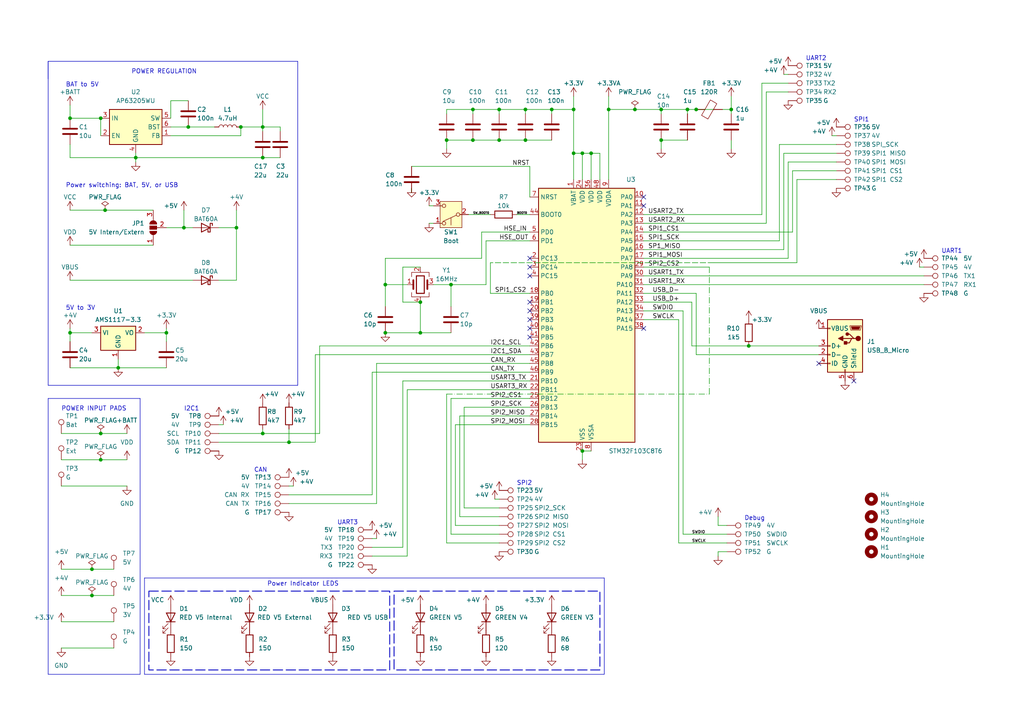
<source format=kicad_sch>
(kicad_sch (version 20230121) (generator eeschema)
  (paper "A4")
  (title_block (title "STM32F103 IO controller") (date "2024-02-16") (rev "0.1") (company "Spyglass"))
  (junction (at 29.21 125.73))
  (junction (at 168.91 130.81))
  (junction (at 168.91 44.45))
  (junction (at 83.82 128.27))
  (junction (at 191.77 31.75))
  (junction (at 152.4 40.64))
  (junction (at 111.76 96.52))
  (junction (at 199.39 31.75))
  (junction (at 111.76 82.55))
  (junction (at 121.92 96.52))
  (junction (at 201.93 31.75))
  (junction (at 76.2 36.83))
  (junction (at 54.61 36.83))
  (junction (at 29.21 133.35))
  (junction (at 137.16 31.75))
  (junction (at 29.21 34.29))
  (junction (at 184.15 31.75))
  (junction (at 217.17 100.33))
  (junction (at 121.92 87.63))
  (junction (at 39.37 45.72))
  (junction (at 176.53 31.75))
  (junction (at 191.77 40.64))
  (junction (at 76.2 125.73))
  (junction (at 20.32 34.29))
  (junction (at 53.34 66.04))
  (junction (at 48.26 96.52))
  (junction (at 166.37 44.45))
  (junction (at 152.4 31.75))
  (junction (at 129.54 40.64))
  (junction (at 34.29 106.68))
  (junction (at 30.48 60.96))
  (junction (at 69.85 36.83))
  (junction (at 137.16 40.64))
  (junction (at 212.09 31.75))
  (junction (at 68.58 66.04))
  (junction (at 144.78 40.64))
  (junction (at 144.78 31.75))
  (junction (at 76.2 45.72))
  (junction (at 166.37 31.75))
  (junction (at 26.67 172.72))
  (junction (at 26.67 165.1))
  (junction (at 160.02 31.75))
  (junction (at 20.32 96.52))
  (junction (at 130.81 82.55))
  (junction (at 171.45 44.45))
  (no_connect (at 153.67 87.63))
  (no_connect (at 237.49 105.41))
  (no_connect (at 186.69 95.25))
  (no_connect (at 186.69 57.15))
  (no_connect (at 153.67 95.25))
  (no_connect (at 153.67 77.47))
  (no_connect (at 186.69 59.69))
  (no_connect (at 153.67 90.17))
  (no_connect (at 153.67 74.93))
  (no_connect (at 153.67 80.01))
  (no_connect (at 153.67 92.71))
  (no_connect (at 153.67 97.79))
  (no_connect (at 247.65 110.49))
  (polyline (pts (xy 13.97 17.78) (xy 13.97 22.86)))
  (wire (pts (xy 139.7 74.93) (xy 111.76 74.93)))
  (wire (pts (xy 129.54 114.3) (xy 205.74 114.3)) (stroke (width 0) (type dash_dot)))
  (wire (pts (xy 140.97 82.55) (xy 130.81 82.55)))
  (wire (pts (xy 153.67 57.15) (xy 153.67 48.26)))
  (wire (pts (xy 160.02 31.75) (xy 166.37 31.75)))
  (wire (pts (xy 212.09 33.02) (xy 212.09 31.75)))
  (wire (pts (xy 20.32 81.28) (xy 55.88 81.28)))
  (wire (pts (xy 166.37 44.45) (xy 166.37 52.07)))
  (wire (pts (xy 160.02 31.75) (xy 160.02 33.02)))
  (polyline (pts (xy 86.36 17.78) (xy 86.36 111.76)))
  (wire (pts (xy 137.16 31.75) (xy 144.78 31.75)))
  (wire (pts (xy 166.37 27.94) (xy 166.37 31.75)))
  (wire (pts (xy 107.95 161.29) (xy 118.11 161.29)))
  (wire (pts (xy 140.97 69.85) (xy 153.67 69.85)))
  (wire (pts (xy 116.84 77.47) (xy 116.84 87.63)))
  (wire (pts (xy 196.85 92.71) (xy 196.85 157.48)))
  (wire (pts (xy 133.35 149.86) (xy 144.78 149.86)))
  (polyline (pts (xy 41.91 167.64) (xy 41.91 195.58)))
  (wire (pts (xy 20.32 71.12) (xy 44.45 71.12)))
  (wire (pts (xy 48.26 96.52) (xy 48.26 99.06)))
  (wire (pts (xy 17.78 140.97) (xy 36.83 140.97)))
  (wire (pts (xy 26.67 96.52) (xy 20.32 96.52)))
  (wire (pts (xy 176.53 31.75) (xy 176.53 52.07)))
  (wire (pts (xy 205.74 77.47) (xy 205.74 114.3)) (stroke (width 0) (type dash_dot)))
  (wire (pts (xy 210.82 152.4) (xy 208.28 152.4)))
  (wire (pts (xy 152.4 40.64) (xy 160.02 40.64)))
  (wire (pts (xy 132.08 123.19) (xy 153.67 123.19)))
  (wire (pts (xy 142.24 85.09) (xy 153.67 85.09)))
  (wire (pts (xy 76.2 36.83) (xy 76.2 38.1)))
  (polyline (pts (xy 13.97 111.76) (xy 86.36 111.76)))
  (wire (pts (xy 208.28 149.86) (xy 208.28 152.4)))
  (wire (pts (xy 109.22 105.41) (xy 109.22 146.05)))
  (wire (pts (xy 212.09 40.64) (xy 212.09 43.18)))
  (wire (pts (xy 137.16 31.75) (xy 137.16 33.02)))
  (wire (pts (xy 85.09 140.97) (xy 83.82 140.97)))
  (wire (pts (xy 130.81 82.55) (xy 125.73 82.55)))
  (wire (pts (xy 186.69 80.01) (xy 267.97 80.01)))
  (wire (pts (xy 20.32 60.96) (xy 30.48 60.96)))
  (wire (pts (xy 166.37 31.75) (xy 166.37 44.45)))
  (wire (pts (xy 83.82 124.46) (xy 83.82 128.27)))
  (wire (pts (xy 107.95 107.95) (xy 153.67 107.95)))
  (wire (pts (xy 217.17 100.33) (xy 237.49 100.33)))
  (wire (pts (xy 116.84 110.49) (xy 153.67 110.49)))
  (wire (pts (xy 153.67 48.26) (xy 119.38 48.26)))
  (wire (pts (xy 144.78 40.64) (xy 152.4 40.64)))
  (wire (pts (xy 109.22 105.41) (xy 153.67 105.41)))
  (wire (pts (xy 68.58 66.04) (xy 68.58 81.28)))
  (wire (pts (xy 227.33 44.45) (xy 242.57 44.45)))
  (wire (pts (xy 53.34 66.04) (xy 55.88 66.04)))
  (wire (pts (xy 121.92 87.63) (xy 121.92 96.52)))
  (wire (pts (xy 229.87 49.53) (xy 242.57 49.53)))
  (wire (pts (xy 209.55 31.75) (xy 212.09 31.75)))
  (wire (pts (xy 201.93 102.87) (xy 201.93 85.09)))
  (wire (pts (xy 220.98 24.13) (xy 228.6 24.13)))
  (wire (pts (xy 198.12 90.17) (xy 198.12 154.94)))
  (wire (pts (xy 130.81 154.94) (xy 144.78 154.94)))
  (wire (pts (xy 130.81 115.57) (xy 153.67 115.57)))
  (wire (pts (xy 91.44 128.27) (xy 83.82 128.27)))
  (wire (pts (xy 173.99 44.45) (xy 171.45 44.45)))
  (wire (pts (xy 166.37 44.45) (xy 168.91 44.45)))
  (wire (pts (xy 227.33 72.39) (xy 227.33 44.45)))
  (wire (pts (xy 228.6 74.93) (xy 228.6 46.99)))
  (wire (pts (xy 76.2 31.75) (xy 76.2 36.83)))
  (wire (pts (xy 220.98 62.23) (xy 220.98 24.13)))
  (wire (pts (xy 121.92 87.63) (xy 116.84 87.63)))
  (wire (pts (xy 20.32 34.29) (xy 29.21 34.29)))
  (polyline (pts (xy 40.64 115.57) (xy 40.64 195.58)))
  (wire (pts (xy 121.92 96.52) (xy 130.81 96.52)))
  (wire (pts (xy 17.78 165.1) (xy 26.67 165.1)))
  (wire (pts (xy 132.08 152.4) (xy 144.78 152.4)))
  (wire (pts (xy 186.69 74.93) (xy 228.6 74.93)))
  (wire (pts (xy 69.85 36.83) (xy 76.2 36.83)))
  (wire (pts (xy 130.81 115.57) (xy 130.81 154.94)))
  (wire (pts (xy 231.14 76.2) (xy 207.01 76.2)))
  (wire (pts (xy 149.86 62.23) (xy 153.67 62.23)))
  (wire (pts (xy 76.2 45.72) (xy 81.28 45.72)))
  (wire (pts (xy 76.2 124.46) (xy 76.2 125.73)))
  (wire (pts (xy 168.91 44.45) (xy 171.45 44.45)))
  (wire (pts (xy 29.21 34.29) (xy 29.21 39.37)))
  (polyline (pts (xy 13.97 115.57) (xy 40.64 115.57)))
  (wire (pts (xy 229.87 49.53) (xy 229.87 67.31)))
  (wire (pts (xy 152.4 31.75) (xy 152.4 33.02)))
  (polyline (pts (xy 13.97 17.78) (xy 86.36 17.78)))
  (wire (pts (xy 53.34 60.96) (xy 53.34 66.04)))
  (wire (pts (xy 49.53 36.83) (xy 54.61 36.83)))
  (wire (pts (xy 111.76 82.55) (xy 118.11 82.55)))
  (wire (pts (xy 226.06 41.91) (xy 242.57 41.91)))
  (wire (pts (xy 26.67 172.72) (xy 33.02 172.72)))
  (wire (pts (xy 39.37 45.72) (xy 76.2 45.72)))
  (wire (pts (xy 129.54 114.3) (xy 129.54 157.48)))
  (wire (pts (xy 134.62 147.32) (xy 144.78 147.32)))
  (wire (pts (xy 92.71 100.33) (xy 92.71 125.73)))
  (wire (pts (xy 134.62 118.11) (xy 153.67 118.11)))
  (wire (pts (xy 144.78 31.75) (xy 144.78 33.02)))
  (wire (pts (xy 231.14 52.07) (xy 242.57 52.07)))
  (wire (pts (xy 191.77 33.02) (xy 191.77 31.75)))
  (wire (pts (xy 91.44 102.87) (xy 153.67 102.87)))
  (wire (pts (xy 196.85 157.48) (xy 210.82 157.48)))
  (wire (pts (xy 83.82 146.05) (xy 109.22 146.05)))
  (wire (pts (xy 41.91 96.52) (xy 48.26 96.52)))
  (wire (pts (xy 129.54 40.64) (xy 137.16 40.64)))
  (wire (pts (xy 129.54 157.48) (xy 144.78 157.48)))
  (wire (pts (xy 198.12 90.17) (xy 186.69 90.17)))
  (wire (pts (xy 143.51 144.78) (xy 144.78 144.78)))
  (wire (pts (xy 266.7 77.47) (xy 267.97 77.47)))
  (wire (pts (xy 129.54 43.18) (xy 129.54 40.64)))
  (wire (pts (xy 48.26 66.04) (xy 53.34 66.04)))
  (polyline (pts (xy 13.97 115.57) (xy 13.97 195.58)))
  (wire (pts (xy 186.69 69.85) (xy 226.06 69.85)))
  (wire (pts (xy 176.53 27.94) (xy 176.53 31.75)))
  (wire (pts (xy 229.87 67.31) (xy 186.69 67.31)))
  (wire (pts (xy 17.78 133.35) (xy 29.21 133.35)))
  (wire (pts (xy 135.89 62.23) (xy 142.24 62.23)))
  (wire (pts (xy 186.69 62.23) (xy 220.98 62.23)))
  (wire (pts (xy 118.11 113.03) (xy 153.67 113.03)))
  (wire (pts (xy 200.66 100.33) (xy 217.17 100.33)))
  (wire (pts (xy 63.5 81.28) (xy 68.58 81.28)))
  (wire (pts (xy 207.01 76.2) (xy 142.24 76.2)) (stroke (width 0) (type dash)))
  (wire (pts (xy 198.12 154.94) (xy 210.82 154.94)))
  (wire (pts (xy 91.44 102.87) (xy 91.44 128.27)))
  (wire (pts (xy 81.28 36.83) (xy 81.28 38.1)))
  (wire (pts (xy 176.53 31.75) (xy 184.15 31.75)))
  (wire (pts (xy 109.22 156.21) (xy 107.95 156.21)))
  (wire (pts (xy 241.3 39.37) (xy 242.57 39.37)))
  (wire (pts (xy 199.39 31.75) (xy 201.93 31.75)))
  (wire (pts (xy 184.15 31.75) (xy 191.77 31.75)))
  (wire (pts (xy 68.58 60.96) (xy 68.58 66.04)))
  (wire (pts (xy 20.32 96.52) (xy 20.32 99.06)))
  (wire (pts (xy 231.14 76.2) (xy 231.14 52.07)))
  (wire (pts (xy 107.95 143.51) (xy 107.95 107.95)))
  (wire (pts (xy 92.71 100.33) (xy 153.67 100.33)))
  (wire (pts (xy 63.5 66.04) (xy 68.58 66.04)))
  (wire (pts (xy 29.21 133.35) (xy 36.83 133.35)))
  (wire (pts (xy 92.71 125.73) (xy 76.2 125.73)))
  (wire (pts (xy 168.91 130.81) (xy 168.91 133.35)))
  (wire (pts (xy 129.54 31.75) (xy 137.16 31.75)))
  (wire (pts (xy 226.06 69.85) (xy 226.06 41.91)))
  (wire (pts (xy 49.53 29.21) (xy 54.61 29.21)))
  (wire (pts (xy 186.69 64.77) (xy 222.25 64.77)))
  (wire (pts (xy 186.69 87.63) (xy 200.66 87.63)))
  (wire (pts (xy 111.76 74.93) (xy 111.76 82.55)))
  (wire (pts (xy 228.6 46.99) (xy 242.57 46.99)))
  (wire (pts (xy 168.91 130.81) (xy 171.45 130.81)))
  (wire (pts (xy 17.78 180.34) (xy 33.02 180.34)))
  (polyline (pts (xy 40.64 195.58) (xy 13.97 195.58)))
  (wire (pts (xy 26.67 165.1) (xy 33.02 165.1)))
  (wire (pts (xy 191.77 31.75) (xy 199.39 31.75)))
  (wire (pts (xy 83.82 143.51) (xy 107.95 143.51)))
  (wire (pts (xy 201.93 102.87) (xy 237.49 102.87)))
  (wire (pts (xy 124.46 59.69) (xy 125.73 59.69)))
  (wire (pts (xy 222.25 64.77) (xy 222.25 26.67)))
  (wire (pts (xy 17.78 125.73) (xy 29.21 125.73)))
  (wire (pts (xy 20.32 45.72) (xy 39.37 45.72)))
  (wire (pts (xy 34.29 104.14) (xy 34.29 106.68)))
  (wire (pts (xy 121.92 77.47) (xy 116.84 77.47)))
  (wire (pts (xy 212.09 27.94) (xy 212.09 31.75)))
  (polyline (pts (xy 175.26 167.64) (xy 41.91 167.64)))
  (wire (pts (xy 207.01 31.75) (xy 201.93 31.75)))
  (wire (pts (xy 39.37 45.72) (xy 39.37 46.99)))
  (wire (pts (xy 142.24 76.2) (xy 142.24 85.09)))
  (wire (pts (xy 76.2 36.83) (xy 81.28 36.83)))
  (wire (pts (xy 144.78 31.75) (xy 152.4 31.75)))
  (wire (pts (xy 116.84 110.49) (xy 116.84 158.75)))
  (polyline (pts (xy 13.97 17.78) (xy 13.97 111.76)))
  (wire (pts (xy 152.4 31.75) (xy 160.02 31.75)))
  (wire (pts (xy 186.69 77.47) (xy 205.74 77.47)))
  (wire (pts (xy 200.66 87.63) (xy 200.66 100.33)))
  (wire (pts (xy 134.62 118.11) (xy 134.62 147.32)))
  (wire (pts (xy 34.29 106.68) (xy 48.26 106.68)))
  (wire (pts (xy 111.76 96.52) (xy 121.92 96.52)))
  (wire (pts (xy 54.61 36.83) (xy 62.23 36.83)))
  (wire (pts (xy 133.35 120.65) (xy 133.35 149.86)))
  (wire (pts (xy 69.85 39.37) (xy 69.85 36.83)))
  (wire (pts (xy 20.32 106.68) (xy 34.29 106.68)))
  (wire (pts (xy 222.25 26.67) (xy 228.6 26.67)))
  (wire (pts (xy 119.38 54.61) (xy 119.38 55.88)))
  (wire (pts (xy 173.99 44.45) (xy 173.99 52.07)))
  (wire (pts (xy 107.95 158.75) (xy 116.84 158.75)))
  (wire (pts (xy 133.35 120.65) (xy 153.67 120.65)))
  (wire (pts (xy 132.08 123.19) (xy 132.08 152.4)))
  (wire (pts (xy 137.16 40.64) (xy 144.78 40.64)))
  (wire (pts (xy 29.21 125.73) (xy 36.83 125.73)))
  (wire (pts (xy 17.78 172.72) (xy 26.67 172.72)))
  (wire (pts (xy 49.53 34.29) (xy 49.53 29.21)))
  (polyline (pts (xy 175.26 195.58) (xy 175.26 167.64)))
  (wire (pts (xy 48.26 95.25) (xy 48.26 96.52)))
  (wire (pts (xy 139.7 67.31) (xy 153.67 67.31)))
  (wire (pts (xy 227.33 21.59) (xy 228.6 21.59)))
  (wire (pts (xy 20.32 95.25) (xy 20.32 96.52)))
  (wire (pts (xy 130.81 82.55) (xy 130.81 88.9)))
  (wire (pts (xy 39.37 45.72) (xy 39.37 44.45)))
  (wire (pts (xy 30.48 60.96) (xy 44.45 60.96)))
  (wire (pts (xy 118.11 113.03) (xy 118.11 161.29)))
  (wire (pts (xy 168.91 44.45) (xy 168.91 52.07)))
  (wire (pts (xy 64.77 123.19) (xy 63.5 123.19)))
  (wire (pts (xy 199.39 33.02) (xy 199.39 31.75)))
  (wire (pts (xy 208.28 160.02) (xy 210.82 160.02)))
  (wire (pts (xy 171.45 44.45) (xy 171.45 52.07)))
  (wire (pts (xy 208.28 161.29) (xy 208.28 160.02)))
  (wire (pts (xy 201.93 85.09) (xy 186.69 85.09)))
  (wire (pts (xy 49.53 39.37) (xy 69.85 39.37)))
  (wire (pts (xy 20.32 30.48) (xy 20.32 34.29)))
  (wire (pts (xy 191.77 43.18) (xy 191.77 40.64)))
  (wire (pts (xy 17.78 187.96) (xy 33.02 187.96)))
  (wire (pts (xy 196.85 92.71) (xy 186.69 92.71)))
  (wire (pts (xy 63.5 128.27) (xy 83.82 128.27)))
  (wire (pts (xy 191.77 40.64) (xy 199.39 40.64)))
  (polyline (pts (xy 41.91 195.58) (xy 175.26 195.58)))
  (wire (pts (xy 186.69 72.39) (xy 227.33 72.39)))
  (wire (pts (xy 124.46 64.77) (xy 125.73 64.77)))
  (wire (pts (xy 111.76 82.55) (xy 111.76 88.9)))
  (wire (pts (xy 140.97 69.85) (xy 140.97 82.55)))
  (wire (pts (xy 76.2 125.73) (xy 63.5 125.73)))
  (wire (pts (xy 186.69 82.55) (xy 267.97 82.55)))
  (wire (pts (xy 129.54 33.02) (xy 129.54 31.75)))
  (wire (pts (xy 139.7 67.31) (xy 139.7 74.93)))
  (wire (pts (xy 20.32 41.91) (xy 20.32 45.72)))
  (rectangle (start 43.18 171.45) (end 113.03 194.31) (stroke (width 0.25) (type dash)))
  (rectangle (start 114.3 171.45) (end 173.99 194.31) (stroke (width 0.25) (type dash)))
  (rectangle (start 101.6 224.79) (end 101.6 224.79) (stroke (width 0) (color 0 0 255 1)))
  (rectangle (start 101.6 224.79) (end 101.6 224.79) (stroke (width 0) (type dot) (color 0 0 255 1)))
  (rectangle (start 88.9 218.44) (end 88.9 218.44))
  (text "BAT to 5V" (at 19.05 25.4 0) (effects (font (size 1.27 1.27)) (justify left bottom)))
  (text "CAN" (at 73.66 137.16 0) (effects (font (size 1.27 1.27)) (justify left bottom)))
  (text "Power Indicator LEDS" (at 77.47 170.18 0) (effects (font (size 1.27 1.27)) (justify left bottom)))
  (text "SPI2\n" (at 149.86 140.97 0) (effects (font (size 1.27 1.27)) (justify left bottom)))
  (text "UART3\n" (at 97.79 152.4 0) (effects (font (size 1.27 1.27)) (justify left bottom)))
  (text "POWER INPUT PADS" (at 17.78 119.38 0) (effects (font (size 1.27 1.27)) (justify left bottom)))
  (text "5V to 3V\n" (at 19.05 90.17 0) (effects (font (size 1.27 1.27)) (justify left bottom)))
  (text "POWER REGULATION" (at 38.1 21.59 0) (effects (font (size 1.27 1.27)) (justify left bottom)))
  (text "UART1" (at 273.05 73.66 0) (effects (font (size 1.27 1.27)) (justify left bottom)))
  (text "I2C1\n" (at 53.34 119.38 0) (effects (font (size 1.27 1.27)) (justify left bottom)))
  (text "Debug\n" (at 215.9 151.13 0) (effects (font (size 1.27 1.27)) (justify left bottom)))
  (text "Power switching: BAT, 5V, or USB" (at 19.05 54.61 0) (effects (font (size 1.27 1.27)) (justify left bottom)))
  (text "UART2" (at 233.68 17.78 0) (effects (font (size 1.27 1.27)) (justify left bottom)))
  (text "SPI1" (at 247.65 35.56 0) (effects (font (size 1.27 1.27)) (justify left bottom)))
  (label "SPI1_CS1" (at 187.96 67.31 0))
  (label "HSE_OUT" (at 144.78 69.85 0))
  (label "SPI2_MOSI" (at 142.24 123.19 0))
  (label "USART1_TX" (at 187.96 80.01 0))
  (label "USART3_TX" (at 142.24 110.49 0))
  (label "I2C1_SCL" (at 142.24 100.33 0))
  (label "USART2_RX" (at 187.96 64.77 0))
  (label "NRST" (at 148.59 48.26 0))
  (label "CAN_RX" (at 142.24 105.41 0))
  (label "USART3_RX" (at 142.24 113.03 0))
  (label "SWDIO" (at 189.23 90.17 0))
  (label "SWCLK" (at 200.66 157.48 0) (effects (font (size 0.8 0.8))))
  (label "USB_D+" (at 189.23 87.63 0))
  (label "BOOT0" (at 149.86 62.23 0) (effects (font (size 0.6 0.6))))
  (label "CAN_TX" (at 142.24 107.95 0))
  (label "USART2_TX" (at 187.96 62.23 0))
  (label "SPI1_SCK" (at 187.96 69.85 0))
  (label "SP1_MISO" (at 187.96 72.39 0))
  (label "SW_BOOT0" (at 137.16 62.23 0) (effects (font (size 0.6 0.6))))
  (label "SPI2_SCK" (at 142.24 118.11 0))
  (label "I2C1_SDA" (at 142.24 102.87 0))
  (label "SWCLK" (at 189.23 92.71 0))
  (label "HSE_IN" (at 146.05 67.31 0))
  (label "SPI2_MISO" (at 142.24 120.65 0))
  (label "USART1_RX" (at 187.96 82.55 0))
  (label "SPI2_CS1" (at 142.24 115.57 0))
  (label "USB_D-" (at 189.23 85.09 0))
  (label "SPI2_CS2" (at 187.96 77.47 0))
  (label "SPI1_MOSI" (at 187.96 74.93 0))
  (label "SPI1_CS2" (at 143.51 85.09 0))
  (label "SWDIO" (at 200.66 154.94 0) (effects (font (size 0.8 0.8))))
  (symbol (lib_id "power:+4V") (at 76.2 116.84 0) (mirror y) (unit 1)
    (property "Reference" "#PWR026" (effects hide))
    (property "Value" "+4V" (at 78.74 114.3 0))
  )
  (symbol (lib_id "Mechanical:MountingHole") (at 252.73 149.86 0) (unit 1)
    (property "Reference" "H3" (at 255.27 148.59 0) (effects (justify left)))
    (property "Value" "MountingHole" (at 255.27 151.13 0) (effects (justify left)))
    (property "Footprint" "MountingHole:MountingHole_4.3mm_M4_DIN965_Pad" (effects hide))
  )
  (symbol (lib_id "Connector:TestPoint") (at 144.78 147.32 270) (unit 1)
    (property "Reference" "TP25" (at 149.86 147.32 90) (effects (justify left)))
    (property "Value" "SPI2_SCK" (at 154.94 147.32 90) (effects (justify left)))
    (property "Footprint" "TestPoint:TestPoint_Pad_1.5x1.5mm" (effects hide))
  )
  (symbol (lib_name "GND_1") (lib_id "power:GND") (at 168.91 133.35 0) (unit 1)
    (property "Reference" "#PWR047" (effects hide))
    (property "Value" "GND" (effects hide))
  )
  (symbol (lib_id "Connector:TestPoint") (at 242.57 46.99 270) (unit 1)
    (property "Reference" "TP40" (at 247.65 46.99 90) (effects (justify left)))
    (property "Value" "SPI1 MOSI" (at 252.73 46.99 90) (effects (justify left)))
    (property "Footprint" "TestPoint:TestPoint_Pad_1.5x1.5mm" (effects hide))
  )
  (symbol (lib_id "Connector:TestPoint") (at 242.57 54.61 270) (unit 1)
    (property "Reference" "TP43" (at 247.65 54.61 90) (effects (justify left)))
    (property "Value" "G" (at 252.73 54.61 90) (effects (justify left)))
    (property "Footprint" "TestPoint:TestPoint_Pad_1.5x1.5mm" (effects hide))
  )
  (symbol (lib_name "GND_1") (lib_id "power:GND") (at 129.54 43.18 0) (unit 1)
    (property "Reference" "#PWR042" (effects hide))
    (property "Value" "GND" (effects hide))
  )
  (symbol (lib_id "power:VCC") (at 49.53 175.26 0) (unit 1)
    (property "Reference" "#PWR016" (effects hide))
    (property "Value" "VCC" (at 45.72 173.99 0))
  )
  (symbol (lib_id "Device:LED") (at 140.97 179.07 270) (mirror x) (unit 1)
    (property "Reference" "D5" (at 143.51 176.53 90) (effects (justify left)))
    (property "Value" "GREEN V4" (at 143.51 179.07 90) (effects (justify left)))
    (property "Footprint" "LED_SMD:LED_0603_1608Metric" (effects hide))
  )
  (symbol (lib_id "power:+4V") (at 266.7 77.47 0) (unit 1)
    (property "Reference" "#PWR064" (effects hide))
    (property "Value" "+4V" (at 262.89 76.2 0))
  )
  (symbol (lib_id "Connector:TestPoint") (at 17.78 133.35 0) (unit 1)
    (property "Reference" "TP2" (at 19.05 128.27 0) (effects (justify left)))
    (property "Value" "Ext" (at 19.05 130.81 0) (effects (justify left)))
    (property "Footprint" "TestPoint:TestPoint_Pad_2.0x2.0mm" (effects hide))
  )
  (symbol (lib_id "Connector:TestPoint") (at 228.6 24.13 270) (unit 1)
    (property "Reference" "TP33" (at 233.68 24.13 90) (effects (justify left)))
    (property "Value" "TX2" (at 238.76 24.13 90) (effects (justify left)))
    (property "Footprint" "TestPoint:TestPoint_Pad_1.5x1.5mm" (effects hide))
  )
  (symbol (lib_name "GND_1") (lib_id "power:GND") (at 119.38 54.61 0) (unit 1)
    (property "Reference" "#PWR037" (effects hide))
    (property "Value" "GND" (effects hide))
  )
  (symbol (lib_name "GND_1") (lib_id "power:GND") (at 140.97 190.5 0) (unit 1)
    (property "Reference" "#PWR032" (effects hide))
    (property "Value" "GND" (effects hide))
  )
  (symbol (lib_id "Connector:TestPoint") (at 144.78 149.86 270) (unit 1)
    (property "Reference" "TP26" (at 149.86 149.86 90) (effects (justify left)))
    (property "Value" "SPI2 MISO" (at 154.94 149.86 90) (effects (justify left)))
    (property "Footprint" "TestPoint:TestPoint_Pad_1.5x1.5mm" (effects hide))
  )
  (symbol (lib_id "Device:C") (at 212.09 36.83 0) (unit 1)
    (property "Reference" "C16" (at 213.36 31.75 0) (effects (justify left)))
    (property "Value" "1u" (at 213.36 34.29 0) (effects (justify left)))
    (property "Footprint" "Capacitor_SMD:C_0402_1005Metric" (effects hide))
  )
  (symbol (lib_id "power:+4V") (at 17.78 172.72 0) (unit 1)
    (property "Reference" "#PWR07" (effects hide))
    (property "Value" "+4V" (at 17.78 167.64 0))
  )
  (symbol (lib_name "GND_3") (lib_id "power:GND") (at 17.78 187.96 0) (unit 1)
    (property "Reference" "#PWR09" (effects hide))
    (property "Value" "GND" (at 17.78 193.04 0))
  )
  (symbol (lib_id "power:+5V") (at 83.82 138.43 0) (mirror y) (unit 1)
    (property "Reference" "#PWR028" (effects hide))
    (property "Value" "+5V" (at 87.63 137.16 0))
  )
  (symbol (lib_id "Connector:TestPoint") (at 83.82 140.97 90) (mirror x) (unit 1)
    (property "Reference" "TP14" (at 78.74 140.97 90) (effects (justify left)))
    (property "Value" "4V" (at 72.39 140.97 90) (effects (justify left)))
    (property "Footprint" "TestPoint:TestPoint_Pad_1.5x1.5mm" (effects hide))
  )
  (symbol (lib_id "Device:R") (at 217.17 96.52 0) (mirror y) (unit 1)
    (property "Reference" "R10" (at 214.63 95.25 0) (effects (justify left)))
    (property "Value" "1k5" (at 214.63 97.79 0) (effects (justify left)))
    (property "Footprint" "Resistor_SMD:R_0402_1005Metric" (effects hide))
  )
  (symbol (lib_id "Connector:TestPoint") (at 83.82 143.51 90) (mirror x) (unit 1)
    (property "Reference" "TP15" (at 78.74 143.51 90) (effects (justify left)))
    (property "Value" "CAN RX" (at 72.39 143.51 90) (effects (justify left)))
    (property "Footprint" "TestPoint:TestPoint_Pad_1.5x1.5mm" (effects hide))
  )
  (symbol (lib_id "Regulator_Switching:AP63205WU") (at 39.37 36.83 0) (unit 1)
    (property "Reference" "U2" (at 39.37 26.67 0))
    (property "Value" "AP63205WU" (at 39.37 29.21 0))
    (property "Footprint" "Package_TO_SOT_SMD:TSOT-23-6" (effects hide))
    (property "Datasheet" "https://www.diodes.com/assets/Datasheets/AP63200-AP63201-AP63203-AP63205.pdf" (effects hide))
  )
  (symbol (lib_id "power:+5V") (at 267.97 74.93 0) (unit 1)
    (property "Reference" "#PWR065" (effects hide))
    (property "Value" "+5V" (at 264.16 73.66 0))
  )
  (symbol (lib_id "Device:R") (at 140.97 186.69 0) (unit 1)
    (property "Reference" "R5" (at 143.51 185.42 0) (effects (justify left)))
    (property "Value" "120" (at 143.51 187.96 0) (effects (justify left)))
    (property "Footprint" "Resistor_SMD:R_0402_1005Metric" (effects hide))
  )
  (symbol (lib_id "Device:C") (at 144.78 36.83 0) (unit 1)
    (property "Reference" "C11" (at 143.51 26.67 0) (effects (justify left)))
    (property "Value" "100n" (at 143.51 29.21 0) (effects (justify left)))
    (property "Footprint" "Capacitor_SMD:C_0402_1005Metric" (effects hide))
  )
  (symbol (lib_name "GND_1") (lib_id "power:GND") (at 34.29 106.68 0) (unit 1)
    (property "Reference" "#PWR010" (effects hide))
    (property "Value" "GND" (effects hide))
  )
  (symbol (lib_id "Connector:TestPoint") (at 33.02 180.34 0) (unit 1)
    (property "Reference" "TP5" (at 35.56 175.768 0) (effects (justify left)))
    (property "Value" "3V" (at 35.56 178.308 0) (effects (justify left)))
    (property "Footprint" "TestPoint:TestPoint_Pad_1.5x1.5mm" (effects hide))
  )
  (symbol (lib_id "power:+4V") (at 241.3 39.37 0) (unit 1)
    (property "Reference" "#PWR060" (effects hide))
    (property "Value" "+4V" (at 237.49 38.1 0))
  )
  (symbol (lib_id "Connector:TestPoint") (at 242.57 49.53 270) (unit 1)
    (property "Reference" "TP41" (at 247.65 49.53 90) (effects (justify left)))
    (property "Value" "SPI1 CS1" (at 252.73 49.53 90) (effects (justify left)))
    (property "Footprint" "TestPoint:TestPoint_Pad_1.5x1.5mm" (effects hide))
  )
  (symbol (lib_id "Connector:TestPoint") (at 267.97 82.55 270) (unit 1)
    (property "Reference" "TP47" (at 273.05 82.55 90) (effects (justify left)))
    (property "Value" "RX1" (at 279.4 82.55 90) (effects (justify left)))
    (property "Footprint" "TestPoint:TestPoint_Pad_1.5x1.5mm" (effects hide))
  )
  (symbol (lib_id "Connector:TestPoint") (at 144.78 157.48 270) (unit 1)
    (property "Reference" "TP29" (at 149.86 157.48 90) (effects (justify left)))
    (property "Value" "SPI2 CS2" (at 154.94 157.48 90) (effects (justify left)))
    (property "Footprint" "TestPoint:TestPoint_Pad_1.5x1.5mm" (effects hide))
  )
  (symbol (lib_name "GND_1") (lib_id "power:GND") (at 72.39 190.5 0) (unit 1)
    (property "Reference" "#PWR017" (effects hide))
    (property "Value" "GND" (effects hide))
  )
  (symbol (lib_id "Connector:TestPoint") (at 210.82 157.48 270) (unit 1)
    (property "Reference" "TP51" (at 215.9 157.48 90) (effects (justify left)))
    (property "Value" "SWCLK" (at 222.25 157.48 90) (effects (justify left)))
    (property "Footprint" "TestPoint:TestPoint_Pad_1.5x1.5mm" (effects hide))
  )
  (symbol (lib_id "Diode:BAT60A") (at 59.69 66.04 0) (mirror y) (unit 1)
    (property "Reference" "D7" (at 59.69 60.96 0))
    (property "Value" "BAT60A" (at 59.69 63.5 0))
    (property "Footprint" "Diode_SMD:D_SOD-323" (effects hide))
    (property "Datasheet" "https://www.infineon.com/dgdl/Infineon-BAT60ASERIES-DS-v01_01-en.pdf?fileId=db3a304313d846880113def70c9304a9" (effects hide))
  )
  (symbol (lib_id "Mechanical:MountingHole") (at 252.73 160.02 0) (unit 1)
    (property "Reference" "H1" (at 255.27 158.75 0) (effects (justify left)))
    (property "Value" "MountingHole" (at 255.27 161.29 0) (effects (justify left)))
    (property "Footprint" "MountingHole:MountingHole_4.3mm_M4_DIN965_Pad" (effects hide))
  )
  (symbol (lib_id "power:+5V") (at 242.57 36.83 0) (unit 1)
    (property "Reference" "#PWR061" (effects hide))
    (property "Value" "+5V" (at 238.76 35.56 0))
  )
  (symbol (lib_id "Connector:TestPoint") (at 228.6 19.05 270) (unit 1)
    (property "Reference" "TP31" (at 233.68 19.05 90) (effects (justify left)))
    (property "Value" "5V" (at 238.76 19.05 90) (effects (justify left)))
    (property "Footprint" "TestPoint:TestPoint_Pad_1.5x1.5mm" (effects hide))
  )
  (symbol (lib_id "Connector:TestPoint") (at 83.82 138.43 90) (mirror x) (unit 1)
    (property "Reference" "TP13" (at 78.74 138.43 90) (effects (justify left)))
    (property "Value" "5V" (at 72.39 138.43 90) (effects (justify left)))
    (property "Footprint" "TestPoint:TestPoint_Pad_1.5x1.5mm" (effects hide))
  )
  (symbol (lib_id "power:PWR_FLAG") (at 29.21 133.35 0) (unit 1)
    (property "Reference" "#FLG02" (effects hide))
    (property "Value" "PWR_FLAG" (at 29.21 129.54 0))
  )
  (symbol (lib_id "power:PWR_FLAG") (at 184.15 31.75 0) (unit 1)
    (property "Reference" "#FLG010" (effects hide))
    (property "Value" "PWR_FLAG" (at 184.15 26.67 0))
  )
  (symbol (lib_name "GND_1") (lib_id "power:GND") (at 83.82 148.59 0) (unit 1)
    (property "Reference" "#PWR034" (effects hide))
    (property "Value" "GND" (effects hide))
  )
  (symbol (lib_id "power:+5V") (at 121.92 175.26 0) (unit 1)
    (property "Reference" "#PWR068" (effects hide))
    (property "Value" "+5V" (at 118.11 173.99 0))
  )
  (symbol (lib_id "Device:LED") (at 72.39 179.07 270) (mirror x) (unit 1)
    (property "Reference" "D2" (at 76.2 176.53 90))
    (property "Value" "RED V5 External" (at 82.55 179.07 90))
    (property "Footprint" "LED_SMD:LED_0603_1608Metric" (effects hide))
  )
  (symbol (lib_name "GND_1") (lib_id "power:GND") (at 191.77 43.18 0) (unit 1)
    (property "Reference" "#PWR049" (effects hide))
    (property "Value" "GND" (effects hide))
  )
  (symbol (lib_id "power:+4V") (at 227.33 21.59 0) (unit 1)
    (property "Reference" "#PWR056" (effects hide))
    (property "Value" "+4V" (at 223.52 20.32 0))
  )
  (symbol (lib_id "power:VCC") (at 20.32 60.96 0) (unit 1)
    (property "Reference" "#PWR02" (effects hide))
    (property "Value" "VCC" (at 20.32 57.15 0))
  )
  (symbol (lib_id "power:+3.3V") (at 124.46 59.69 0) (unit 1)
    (property "Reference" "#PWR040" (effects hide))
    (property "Value" "+3.3V" (at 124.46 55.88 0))
  )
  (symbol (lib_id "power:+BATT") (at 20.32 30.48 0) (unit 1)
    (property "Reference" "#PWR01" (effects hide))
    (property "Value" "+BATT" (at 20.32 26.67 0))
  )
  (symbol (lib_id "power:+4V") (at 140.97 175.26 0) (unit 1)
    (property "Reference" "#PWR031" (effects hide))
    (property "Value" "+4V" (at 137.16 173.99 0))
  )
  (symbol (lib_id "Connector:TestPoint") (at 267.97 74.93 270) (unit 1)
    (property "Reference" "TP44" (at 273.05 74.93 90) (effects (justify left)))
    (property "Value" "5V" (at 279.4 74.93 90) (effects (justify left)))
    (property "Footprint" "TestPoint:TestPoint_Pad_1.5x1.5mm" (effects hide))
  )
  (symbol (lib_id "Connector:TestPoint") (at 242.57 41.91 270) (unit 1)
    (property "Reference" "TP38" (at 247.65 41.91 90) (effects (justify left)))
    (property "Value" "SPI_SCK" (at 252.73 41.91 90) (effects (justify left)))
    (property "Footprint" "TestPoint:TestPoint_Pad_1.5x1.5mm" (effects hide))
  )
  (symbol (lib_name "GND_1") (lib_id "power:GND") (at 242.57 54.61 0) (unit 1)
    (property "Reference" "#PWR054" (effects hide))
    (property "Value" "GND" (effects hide))
  )
  (symbol (lib_id "Device:R") (at 96.52 186.69 0) (unit 1)
    (property "Reference" "R3" (at 99.06 185.42 0) (effects (justify left)))
    (property "Value" "150" (at 99.06 187.96 0) (effects (justify left)))
    (property "Footprint" "Resistor_SMD:R_0402_1005Metric" (effects hide))
  )
  (symbol (lib_id "Device:C") (at 76.2 41.91 0) (unit 1)
    (property "Reference" "C3" (at 80.01 48.26 0) (effects (justify left)))
    (property "Value" "22u" (at 80.01 50.8 0) (effects (justify left)))
    (property "Footprint" "Capacitor_SMD:C_0805_2012Metric" (effects hide))
  )
  (symbol (lib_id "Connector:TestPoint") (at 228.6 21.59 270) (unit 1)
    (property "Reference" "TP32" (at 233.68 21.59 90) (effects (justify left)))
    (property "Value" "4V" (at 238.76 21.59 90) (effects (justify left)))
    (property "Footprint" "TestPoint:TestPoint_Pad_1.5x1.5mm" (effects hide))
  )
  (symbol (lib_id "Connector:TestPoint") (at 33.02 172.72 0) (unit 1)
    (property "Reference" "TP6" (at 35.56 168.148 0) (effects (justify left)))
    (property "Value" "4V" (at 35.56 170.688 0) (effects (justify left)))
    (property "Footprint" "TestPoint:TestPoint_Pad_1.5x1.5mm" (effects hide))
  )
  (symbol (lib_id "Connector:TestPoint") (at 107.95 163.83 90) (mirror x) (unit 1)
    (property "Reference" "TP22" (at 102.87 163.83 90) (effects (justify left)))
    (property "Value" "G" (at 96.52 163.83 90) (effects (justify left)))
    (property "Footprint" "TestPoint:TestPoint_Pad_1.5x1.5mm" (effects hide))
  )
  (symbol (lib_id "power:VBUS") (at 96.52 175.26 0) (unit 1)
    (property "Reference" "#PWR066" (effects hide))
    (property "Value" "VBUS" (at 92.71 173.99 0))
  )
  (symbol (lib_id "Connector:TestPoint") (at 242.57 39.37 270) (unit 1)
    (property "Reference" "TP37" (at 247.65 39.37 90) (effects (justify left)))
    (property "Value" "4V" (at 252.73 39.37 90) (effects (justify left)))
    (property "Footprint" "TestPoint:TestPoint_Pad_1.5x1.5mm" (effects hide))
  )
  (symbol (lib_id "Connector:TestPoint") (at 144.78 154.94 270) (unit 1)
    (property "Reference" "TP28" (at 149.86 154.94 90) (effects (justify left)))
    (property "Value" "SPI2 CS1" (at 154.94 154.94 90) (effects (justify left)))
    (property "Footprint" "TestPoint:TestPoint_Pad_1.5x1.5mm" (effects hide))
  )
  (symbol (lib_id "power:+5V") (at 144.78 142.24 0) (unit 1)
    (property "Reference" "#PWR044" (effects hide))
    (property "Value" "+5V" (at 140.97 140.97 0))
  )
  (symbol (lib_id "Connector:TestPoint") (at 33.02 165.1 0) (unit 1)
    (property "Reference" "TP7" (at 35.56 160.528 0) (effects (justify left)))
    (property "Value" "5V" (at 35.56 163.068 0) (effects (justify left)))
    (property "Footprint" "TestPoint:TestPoint_Pad_1.5x1.5mm" (effects hide))
  )
  (symbol (lib_id "Device:C") (at 129.54 36.83 0) (unit 1)
    (property "Reference" "C9" (at 128.27 26.67 0) (effects (justify left)))
    (property "Value" "10u" (at 128.27 29.21 0) (effects (justify left)))
    (property "Footprint" "Capacitor_SMD:C_0603_1608Metric" (effects hide))
  )
  (symbol (lib_name "GND_1") (lib_id "power:GND") (at 63.5 130.81 0) (unit 1)
    (property "Reference" "#PWR045" (effects hide))
    (property "Value" "GND" (effects hide))
  )
  (symbol (lib_id "Connector:TestPoint") (at 242.57 52.07 270) (unit 1)
    (property "Reference" "TP42" (at 247.65 52.07 90) (effects (justify left)))
    (property "Value" "SPI1 CS2" (at 252.73 52.07 90) (effects (justify left)))
    (property "Footprint" "TestPoint:TestPoint_Pad_1.5x1.5mm" (effects hide))
  )
  (symbol (lib_id "power:PWR_FLAG") (at 26.67 172.72 0) (unit 1)
    (property "Reference" "#FLG05" (effects hide))
    (property "Value" "PWR_FLAG" (at 26.67 168.91 0))
  )
  (symbol (lib_id "Device:LED") (at 49.53 179.07 270) (mirror x) (unit 1)
    (property "Reference" "D1" (at 53.34 176.53 90))
    (property "Value" "RED V5 Internal" (at 59.69 179.07 90))
    (property "Footprint" "LED_SMD:LED_0603_1608Metric" (effects hide))
  )
  (symbol (lib_id "power:+4V") (at 109.22 156.21 0) (mirror y) (unit 1)
    (property "Reference" "#PWR035" (effects hide))
    (property "Value" "+4V" (at 113.03 154.94 0))
  )
  (symbol (lib_id "Device:C") (at 20.32 38.1 0) (unit 1)
    (property "Reference" "C1" (at 22.86 36.83 0) (effects (justify left)))
    (property "Value" "10u" (at 22.86 39.37 0) (effects (justify left)))
    (property "Footprint" "Capacitor_SMD:C_0603_1608Metric" (effects hide))
  )
  (symbol (lib_id "Connector:TestPoint") (at 242.57 44.45 270) (unit 1)
    (property "Reference" "TP39" (at 247.65 44.45 90) (effects (justify left)))
    (property "Value" "SPI1 MISO" (at 252.73 44.45 90) (effects (justify left)))
    (property "Footprint" "TestPoint:TestPoint_Pad_1.5x1.5mm" (effects hide))
  )
  (symbol (lib_id "Connector:TestPoint") (at 107.95 161.29 90) (mirror x) (unit 1)
    (property "Reference" "TP21" (at 102.87 161.29 90) (effects (justify left)))
    (property "Value" "RX3" (at 96.52 161.29 90) (effects (justify left)))
    (property "Footprint" "TestPoint:TestPoint_Pad_1.5x1.5mm" (effects hide))
  )
  (symbol (lib_id "Device:C") (at 191.77 36.83 0) (unit 1)
    (property "Reference" "C14" (at 190.5 27.94 0) (effects (justify left)))
    (property "Value" "10n" (at 190.5 30.48 0) (effects (justify left)))
    (property "Footprint" "Capacitor_SMD:C_0402_1005Metric" (effects hide))
  )
  (symbol (lib_id "Connector:TestPoint") (at 63.5 128.27 90) (mirror x) (unit 1)
    (property "Reference" "TP11" (at 58.42 128.27 90) (effects (justify left)))
    (property "Value" "SDA" (at 52.07 128.27 90) (effects (justify left)))
    (property "Footprint" "TestPoint:TestPoint_Pad_1.5x1.5mm" (effects hide))
  )
  (symbol (lib_name "GND_1") (lib_id "power:GND") (at 144.78 160.02 0) (unit 1)
    (property "Reference" "#PWR020" (effects hide))
    (property "Value" "GND" (effects hide))
  )
  (symbol (lib_id "Device:C") (at 48.26 102.87 0) (unit 1)
    (property "Reference" "C5" (at 50.8 101.6 0) (effects (justify left)))
    (property "Value" "20u" (at 50.8 104.14 0) (effects (justify left)))
    (property "Footprint" "Capacitor_SMD:C_0805_2012Metric" (effects hide))
  )
  (symbol (lib_id "Device:LED") (at 121.92 179.07 270) (mirror x) (unit 1)
    (property "Reference" "D4" (at 124.46 176.53 90) (effects (justify left)))
    (property "Value" "GREEN V5" (at 124.46 179.07 90) (effects (justify left)))
    (property "Footprint" "LED_SMD:LED_0603_1608Metric" (effects hide))
  )
  (symbol (lib_id "Device:C") (at 152.4 36.83 0) (unit 1)
    (property "Reference" "C12" (at 152.4 26.67 0) (effects (justify left)))
    (property "Value" "100n" (at 152.4 29.21 0) (effects (justify left)))
    (property "Footprint" "Capacitor_SMD:C_0402_1005Metric" (effects hide))
  )
  (symbol (lib_id "Connector:TestPoint") (at 107.95 153.67 90) (mirror x) (unit 1)
    (property "Reference" "TP18" (at 102.87 153.67 90) (effects (justify left)))
    (property "Value" "5V" (at 96.52 153.67 90) (effects (justify left)))
    (property "Footprint" "TestPoint:TestPoint_Pad_1.5x1.5mm" (effects hide))
  )
  (symbol (lib_name "GND_1") (lib_id "power:GND") (at 49.53 190.5 0) (unit 1)
    (property "Reference" "#PWR024" (effects hide))
    (property "Value" "GND" (effects hide))
  )
  (symbol (lib_id "Connector:TestPoint") (at 267.97 80.01 270) (unit 1)
    (property "Reference" "TP46" (at 273.05 80.01 90) (effects (justify left)))
    (property "Value" "TX1" (at 279.4 80.01 90) (effects (justify left)))
    (property "Footprint" "TestPoint:TestPoint_Pad_1.5x1.5mm" (effects hide))
  )
  (symbol (lib_id "Connector:TestPoint") (at 210.82 152.4 270) (unit 1)
    (property "Reference" "TP49" (at 215.9 152.4 90) (effects (justify left)))
    (property "Value" "4V" (at 222.25 152.4 90) (effects (justify left)))
    (property "Footprint" "TestPoint:TestPoint_Pad_1.5x1.5mm" (effects hide))
  )
  (symbol (lib_id "Connector:TestPoint") (at 267.97 85.09 270) (unit 1)
    (property "Reference" "TP48" (at 273.05 85.09 90) (effects (justify left)))
    (property "Value" "G" (at 279.4 85.09 90) (effects (justify left)))
    (property "Footprint" "TestPoint:TestPoint_Pad_1.5x1.5mm" (effects hide))
  )
  (symbol (lib_id "Connector:TestPoint") (at 33.02 187.96 0) (unit 1)
    (property "Reference" "TP4" (at 35.56 183.388 0) (effects (justify left)))
    (property "Value" "G" (at 35.56 185.928 0) (effects (justify left)))
    (property "Footprint" "TestPoint:TestPoint_Pad_1.5x1.5mm" (effects hide))
  )
  (symbol (lib_id "Device:R") (at 83.82 120.65 0) (unit 1)
    (property "Reference" "R9" (at 85.09 119.38 0) (effects (justify left)))
    (property "Value" "4k7" (at 85.09 121.92 0) (effects (justify left)))
    (property "Footprint" "Resistor_SMD:R_0402_1005Metric" (effects hide))
  )
  (symbol (lib_id "power:+5V") (at 107.95 153.67 0) (mirror y) (unit 1)
    (property "Reference" "#PWR033" (effects hide))
    (property "Value" "+5V" (at 111.76 152.4 0))
  )
  (symbol (lib_name "GND_1") (lib_id "power:GND") (at 39.37 46.99 0) (unit 1)
    (property "Reference" "#PWR014" (effects hide))
    (property "Value" "GND" (effects hide))
  )
  (symbol (lib_id "Device:R") (at 146.05 62.23 90) (unit 1)
    (property "Reference" "R7" (at 146.05 57.15 90))
    (property "Value" "10k" (at 146.05 59.69 90))
    (property "Footprint" "Resistor_SMD:R_0402_1005Metric" (effects hide))
  )
  (symbol (lib_name "GND_1") (lib_id "power:GND") (at 121.92 190.5 0) (unit 1)
    (property "Reference" "#PWR069" (effects hide))
    (property "Value" "GND" (effects hide))
  )
  (symbol (lib_id "Mechanical:MountingHole") (at 252.73 154.94 0) (unit 1)
    (property "Reference" "H2" (at 255.27 153.67 0) (effects (justify left)))
    (property "Value" "MountingHole" (at 255.27 156.21 0) (effects (justify left)))
    (property "Footprint" "MountingHole:MountingHole_4.3mm_M4_DIN965_Pad" (effects hide))
  )
  (symbol (lib_id "power:PWR_FLAG") (at 30.48 60.96 0) (unit 1)
    (property "Reference" "#FLG08" (effects hide))
    (property "Value" "PWR_FLAG" (at 30.48 57.15 0))
  )
  (symbol (lib_id "Connector:TestPoint") (at 17.78 140.97 0) (unit 1)
    (property "Reference" "TP3" (at 19.05 135.89 0) (effects (justify left)))
    (property "Value" "G" (at 19.05 138.43 0) (effects (justify left)))
    (property "Footprint" "TestPoint:TestPoint_Pad_2.0x2.0mm" (effects hide))
  )
  (symbol (lib_id "Device:R") (at 76.2 120.65 0) (unit 1)
    (property "Reference" "R8" (at 77.47 119.38 0) (effects (justify left)))
    (property "Value" "4k7" (at 77.47 121.92 0) (effects (justify left)))
    (property "Footprint" "Resistor_SMD:R_0402_1005Metric" (effects hide))
  )
  (symbol (lib_id "Device:R") (at 49.53 186.69 0) (unit 1)
    (property "Reference" "R1" (at 52.07 185.42 0) (effects (justify left)))
    (property "Value" "150" (at 52.07 187.96 0) (effects (justify left)))
    (property "Footprint" "Resistor_SMD:R_0402_1005Metric" (effects hide))
  )
  (symbol (lib_name "GND_1") (lib_id "power:GND") (at 111.76 96.52 0) (unit 1)
    (property "Reference" "#PWR036" (effects hide))
    (property "Value" "GND" (effects hide))
  )
  (symbol (lib_id "power:VBUS") (at 20.32 81.28 0) (unit 1)
    (property "Reference" "#PWR04" (effects hide))
    (property "Value" "VBUS" (at 20.32 77.47 0))
  )
  (symbol (lib_id "power:+5V") (at 53.34 60.96 0) (unit 1)
    (property "Reference" "#PWR018" (effects hide))
    (property "Value" "+5V" (at 49.53 59.69 0))
  )
  (symbol (lib_id "Connector:TestPoint") (at 144.78 144.78 270) (unit 1)
    (property "Reference" "TP24" (at 149.86 144.78 90) (effects (justify left)))
    (property "Value" "4V" (at 154.94 144.78 90) (effects (justify left)))
    (property "Footprint" "TestPoint:TestPoint_Pad_1.5x1.5mm" (effects hide))
  )
  (symbol (lib_id "Device:R") (at 121.92 186.69 0) (unit 1)
    (property "Reference" "R4" (at 124.46 185.42 0) (effects (justify left)))
    (property "Value" "150" (at 124.46 187.96 0) (effects (justify left)))
    (property "Footprint" "Resistor_SMD:R_0402_1005Metric" (effects hide))
  )
  (symbol (lib_id "Device:C") (at 119.38 52.07 0) (unit 1)
    (property "Reference" "C8" (at 111.76 50.8 0) (effects (justify left)))
    (property "Value" "100n" (at 111.76 53.34 0) (effects (justify left)))
    (property "Footprint" "Capacitor_SMD:C_0402_1005Metric" (effects hide))
  )
  (symbol (lib_id "Connector:TestPoint") (at 107.95 156.21 90) (mirror x) (unit 1)
    (property "Reference" "TP19" (at 102.87 156.21 90) (effects (justify left)))
    (property "Value" "4V" (at 96.52 156.21 90) (effects (justify left)))
    (property "Footprint" "TestPoint:TestPoint_Pad_1.5x1.5mm" (effects hide))
  )
  (symbol (lib_id "power:VDD") (at 36.83 133.35 0) (unit 1)
    (property "Reference" "#PWR012" (effects hide))
    (property "Value" "VDD" (at 36.83 128.27 0))
  )
  (symbol (lib_id "Device:LED") (at 96.52 179.07 270) (mirror x) (unit 1)
    (property "Reference" "D3" (at 100.33 176.53 90))
    (property "Value" "RED V5 USB" (at 106.68 179.07 90))
    (property "Footprint" "LED_SMD:LED_0603_1608Metric" (effects hide))
  )
  (symbol (lib_id "power:PWR_FLAG") (at 26.67 165.1 0) (unit 1)
    (property "Reference" "#FLG06" (effects hide))
    (property "Value" "PWR_FLAG" (at 26.67 161.29 0))
  )
  (symbol (lib_id "Connector:TestPoint") (at 144.78 160.02 270) (unit 1)
    (property "Reference" "TP30" (at 149.86 160.02 90) (effects (justify left)))
    (property "Value" "G" (at 154.94 160.02 90) (effects (justify left)))
    (property "Footprint" "TestPoint:TestPoint_Pad_1.5x1.5mm" (effects hide))
  )
  (symbol (lib_id "Connector:TestPoint") (at 144.78 152.4 270) (unit 1)
    (property "Reference" "TP27" (at 149.86 152.4 90) (effects (justify left)))
    (property "Value" "SPI2 MOSI" (at 154.94 152.4 90) (effects (justify left)))
    (property "Footprint" "TestPoint:TestPoint_Pad_1.5x1.5mm" (effects hide))
  )
  (symbol (lib_id "Connector:TestPoint") (at 63.5 125.73 90) (mirror x) (unit 1)
    (property "Reference" "TP10" (at 58.42 125.73 90) (effects (justify left)))
    (property "Value" "SCL" (at 52.07 125.73 90) (effects (justify left)))
    (property "Footprint" "TestPoint:TestPoint_Pad_1.5x1.5mm" (effects hide))
  )
  (symbol (lib_id "Connector:TestPoint") (at 228.6 29.21 270) (unit 1)
    (property "Reference" "TP35" (at 233.68 29.21 90) (effects (justify left)))
    (property "Value" "G" (at 238.76 29.21 90) (effects (justify left)))
    (property "Footprint" "TestPoint:TestPoint_Pad_1.5x1.5mm" (effects hide))
  )
  (symbol (lib_id "Mechanical:MountingHole") (at 252.73 144.78 0) (unit 1)
    (property "Reference" "H4" (at 255.27 143.51 0) (effects (justify left)))
    (property "Value" "MountingHole" (at 255.27 146.05 0) (effects (justify left)))
    (property "Footprint" "MountingHole:MountingHole_4.3mm_M4_DIN965_Pad" (effects hide))
  )
  (symbol (lib_id "Connector:TestPoint") (at 63.5 120.65 90) (mirror x) (unit 1)
    (property "Reference" "TP8" (at 58.42 120.65 90) (effects (justify left)))
    (property "Value" "5V" (at 52.07 120.65 90) (effects (justify left)))
    (property "Footprint" "TestPoint:TestPoint_Pad_1.5x1.5mm" (effects hide))
  )
  (symbol (lib_id "power:+4V") (at 83.82 116.84 0) (mirror y) (unit 1)
    (property "Reference" "#PWR027" (effects hide))
    (property "Value" "+4V" (at 86.36 114.3 0))
  )
  (symbol (lib_id "power:+4V") (at 143.51 144.78 0) (unit 1)
    (property "Reference" "#PWR043" (effects hide))
    (property "Value" "+4V" (at 139.7 143.51 0))
  )
  (symbol (lib_id "Connector:TestPoint") (at 228.6 26.67 270) (unit 1)
    (property "Reference" "TP34" (at 233.68 26.67 90) (effects (justify left)))
    (property "Value" "RX2" (at 238.76 26.67 90) (effects (justify left)))
    (property "Footprint" "TestPoint:TestPoint_Pad_1.5x1.5mm" (effects hide))
  )
  (symbol (lib_name "GND_1") (lib_id "power:GND") (at 96.52 190.5 0) (unit 1)
    (property "Reference" "#PWR067" (effects hide))
    (property "Value" "GND" (effects hide))
  )
  (symbol (lib_id "Device:C") (at 137.16 36.83 0) (unit 1)
    (property "Reference" "C10" (at 135.89 26.67 0) (effects (justify left)))
    (property "Value" "100n" (at 135.89 29.21 0) (effects (justify left)))
    (property "Footprint" "Capacitor_SMD:C_0402_1005Metric" (effects hide))
  )
  (symbol (lib_id "power:+3.3V") (at 212.09 27.94 0) (unit 1)
    (property "Reference" "#PWR052" (effects hide))
    (property "Value" "+3.3V" (at 212.09 24.13 0))
  )
  (symbol (lib_name "GND_1") (lib_id "power:GND") (at 245.11 110.49 0) (unit 1)
    (property "Reference" "#PWR062" (effects hide))
    (property "Value" "GND" (effects hide))
  )
  (symbol (lib_id "Device:C") (at 54.61 33.02 0) (unit 1)
    (property "Reference" "C2" (at 57.15 31.75 0) (effects (justify left)))
    (property "Value" "100n" (at 57.15 34.29 0) (effects (justify left)))
    (property "Footprint" "Capacitor_SMD:C_0402_1005Metric" (effects hide))
  )
  (symbol (lib_id "Switch:SW_Push_SPDT") (at 130.81 62.23 180) (unit 1)
    (property "Reference" "SW1" (at 130.81 67.31 0))
    (property "Value" "Boot" (at 130.81 69.85 0))
    (property "Footprint" "Button_Switch_SMD:Nidec_Copal_CAS-120A" (effects hide))
  )
  (symbol (lib_id "power:+4V") (at 85.09 140.97 0) (mirror y) (unit 1)
    (property "Reference" "#PWR030" (effects hide))
    (property "Value" "+4V" (at 88.9 139.7 0))
  )
  (symbol (lib_name "GND_2") (lib_id "power:GND") (at 36.83 140.97 0) (unit 1)
    (property "Reference" "#PWR013" (effects hide))
    (property "Value" "GND" (at 36.83 146.05 0))
  )
  (symbol (lib_id "Device:Crystal_GND24") (at 121.92 82.55 0) (unit 1)
    (property "Reference" "Y1" (at 129.54 78.3591 0))
    (property "Value" "16MHz" (at 129.54 80.8991 0))
    (property "Footprint" "Crystal:Crystal_SMD_3225-4Pin_3.2x2.5mm" (effects hide))
  )
  (symbol (lib_id "Connector:TestPoint") (at 63.5 130.81 90) (mirror x) (unit 1)
    (property "Reference" "TP12" (at 58.42 130.81 90) (effects (justify left)))
    (property "Value" "G" (at 52.07 130.81 90) (effects (justify left)))
    (property "Footprint" "TestPoint:TestPoint_Pad_1.5x1.5mm" (effects hide))
  )
  (symbol (lib_id "power:+4V") (at 68.58 60.96 0) (unit 1)
    (property "Reference" "#PWR022" (effects hide))
    (property "Value" "+4V" (at 68.58 57.15 0))
  )
  (symbol (lib_name "GND_1") (lib_id "power:GND") (at 208.28 161.29 0) (unit 1)
    (property "Reference" "#PWR063" (effects hide))
    (property "Value" "GND" (effects hide))
  )
  (symbol (lib_id "power:VBUS") (at 237.49 95.25 0) (unit 1)
    (property "Reference" "#PWR059" (effects hide))
    (property "Value" "VBUS" (at 237.49 90.17 0))
  )
  (symbol (lib_id "power:+4V") (at 64.77 123.19 0) (mirror y) (unit 1)
    (property "Reference" "#PWR021" (effects hide))
    (property "Value" "+4V" (at 68.58 121.92 0))
  )
  (symbol (lib_id "power:VCC") (at 76.2 31.75 0) (unit 1)
    (property "Reference" "#PWR025" (effects hide))
    (property "Value" "VCC" (at 76.2 27.94 0))
  )
  (symbol (lib_id "Diode:BAT60A") (at 59.69 81.28 0) (mirror y) (unit 1)
    (property "Reference" "D8" (at 59.69 76.2 0))
    (property "Value" "BAT60A" (at 59.69 78.74 0))
    (property "Footprint" "Diode_SMD:D_SOD-323" (effects hide))
    (property "Datasheet" "https://www.infineon.com/dgdl/Infineon-BAT60ASERIES-DS-v01_01-en.pdf?fileId=db3a304313d846880113def70c9304a9" (effects hide))
  )
  (symbol (lib_id "Device:C") (at 130.81 92.71 0) (unit 1)
    (property "Reference" "C7" (at 133.35 91.44 0) (effects (justify left)))
    (property "Value" "10p" (at 133.35 93.98 0) (effects (justify left)))
    (property "Footprint" "Capacitor_SMD:C_0402_1005Metric" (effects hide))
  )
  (symbol (lib_id "Connector:TestPoint") (at 242.57 36.83 270) (unit 1)
    (property "Reference" "TP36" (at 247.65 36.83 90) (effects (justify left)))
    (property "Value" "5V" (at 252.73 36.83 90) (effects (justify left)))
    (property "Footprint" "TestPoint:TestPoint_Pad_1.5x1.5mm" (effects hide))
  )
  (symbol (lib_id "Device:C") (at 111.76 92.71 0) (unit 1)
    (property "Reference" "C6" (at 105.41 91.44 0) (effects (justify left)))
    (property "Value" "10p" (at 105.41 93.98 0) (effects (justify left)))
    (property "Footprint" "Capacitor_SMD:C_0402_1005Metric" (effects hide))
  )
  (symbol (lib_id "Connector:TestPoint") (at 83.82 146.05 90) (mirror x) (unit 1)
    (property "Reference" "TP16" (at 78.74 146.05 90) (effects (justify left)))
    (property "Value" "CAN TX" (at 72.39 146.05 90) (effects (justify left)))
    (property "Footprint" "TestPoint:TestPoint_Pad_1.5x1.5mm" (effects hide))
  )
  (symbol (lib_id "Jumper:SolderJumper_3_Open") (at 44.45 66.04 90) (unit 1)
    (property "Reference" "JP1" (at 41.91 64.77 90) (effects (justify left)))
    (property "Value" "5V Intern/Extern" (at 41.91 67.31 90) (effects (justify left)))
    (property "Footprint" "Jumper:SolderJumper-3_P1.3mm_Open_Pad1.0x1.5mm" (effects hide))
  )
  (symbol (lib_id "power:+3.3V") (at 166.37 27.94 0) (unit 1)
    (property "Reference" "#PWR046" (effects hide))
    (property "Value" "+3.3V" (at 166.37 24.13 0))
  )
  (symbol (lib_id "Connector:TestPoint") (at 144.78 142.24 270) (unit 1)
    (property "Reference" "TP23" (at 149.86 142.24 90) (effects (justify left)))
    (property "Value" "5V" (at 154.94 142.24 90) (effects (justify left)))
    (property "Footprint" "TestPoint:TestPoint_Pad_1.5x1.5mm" (effects hide))
  )
  (symbol (lib_id "Device:C") (at 160.02 36.83 0) (unit 1)
    (property "Reference" "C13" (at 158.75 26.67 0) (effects (justify left)))
    (property "Value" "100n" (at 158.75 29.21 0) (effects (justify left)))
    (property "Footprint" "Capacitor_SMD:C_0402_1005Metric" (effects hide))
  )
  (symbol (lib_id "power:+BATT") (at 36.83 125.73 0) (unit 1)
    (property "Reference" "#PWR011" (effects hide))
    (property "Value" "+BATT" (at 36.83 121.92 0))
  )
  (symbol (lib_id "Device:C") (at 81.28 41.91 0) (unit 1)
    (property "Reference" "C17" (at 73.66 48.26 0) (effects (justify left)))
    (property "Value" "22u" (at 73.66 50.8 0) (effects (justify left)))
    (property "Footprint" "Capacitor_SMD:C_0805_2012Metric" (effects hide))
  )
  (symbol (lib_id "Device:C") (at 199.39 36.83 0) (unit 1)
    (property "Reference" "C15" (at 198.12 26.67 0) (effects (justify left)))
    (property "Value" "1u" (at 198.12 29.21 0) (effects (justify left)))
    (property "Footprint" "Capacitor_SMD:C_0402_1005Metric" (effects hide))
  )
  (symbol (lib_id "Connector:TestPoint") (at 63.5 123.19 90) (mirror x) (unit 1)
    (property "Reference" "TP9" (at 58.42 123.19 90) (effects (justify left)))
    (property "Value" "4V" (at 52.07 123.19 90) (effects (justify left)))
    (property "Footprint" "TestPoint:TestPoint_Pad_1.5x1.5mm" (effects hide))
  )
  (symbol (lib_name "GND_1") (lib_id "power:GND") (at 160.02 190.5 0) (unit 1)
    (property "Reference" "#PWR039" (effects hide))
    (property "Value" "GND" (effects hide))
  )
  (symbol (lib_id "power:+3.3V") (at 48.26 95.25 0) (unit 1)
    (property "Reference" "#PWR015" (effects hide))
    (property "Value" "+3.3V" (at 48.26 91.44 0))
  )
  (symbol (lib_id "Connector:TestPoint") (at 17.78 125.73 0) (unit 1)
    (property "Reference" "TP1" (at 19.05 120.65 0) (effects (justify left)))
    (property "Value" "Bat" (at 19.05 123.19 0) (effects (justify left)))
    (property "Footprint" "TestPoint:TestPoint_Pad_2.0x2.0mm" (effects hide))
  )
  (symbol (lib_id "power:VDD") (at 72.39 175.26 0) (unit 1)
    (property "Reference" "#PWR023" (effects hide))
    (property "Value" "VDD" (at 68.58 173.99 0))
  )
  (symbol (lib_id "power:+3.3V") (at 160.02 175.26 0) (unit 1)
    (property "Reference" "#PWR038" (effects hide))
    (property "Value" "+3.3V" (at 154.94 173.99 0))
  )
  (symbol (lib_id "Device:FerriteBead") (at 205.74 31.75 90) (unit 1)
    (property "Reference" "FB1" (at 205.6892 24.13 90))
    (property "Value" "120R" (at 205.6892 26.67 90))
    (property "Footprint" "Inductor_SMD:L_0603_1608Metric" (effects hide))
  )
  (symbol (lib_id "Connector:TestPoint") (at 83.82 148.59 90) (mirror x) (unit 1)
    (property "Reference" "TP17" (at 78.74 148.59 90) (effects (justify left)))
    (property "Value" "G" (at 72.39 148.59 90) (effects (justify left)))
    (property "Footprint" "TestPoint:TestPoint_Pad_1.5x1.5mm" (effects hide))
  )
  (symbol (lib_name "GND_1") (lib_id "power:GND") (at 212.09 43.18 0) (unit 1)
    (property "Reference" "#PWR051" (effects hide))
    (property "Value" "GND" (effects hide))
  )
  (symbol (lib_id "power:+4V") (at 208.28 149.86 0) (unit 1)
    (property "Reference" "#PWR050" (effects hide))
    (property "Value" "+4V" (at 204.47 148.59 0))
  )
  (symbol (lib_name "GND_1") (lib_id "power:GND") (at 267.97 85.09 0) (unit 1)
    (property "Reference" "#PWR058" (effects hide))
    (property "Value" "GND" (effects hide))
  )
  (symbol (lib_id "power:+3.3V") (at 17.78 180.34 0) (unit 1)
    (property "Reference" "#PWR08" (effects hide))
    (property "Value" "+3.3V" (at 12.7 179.07 0))
  )
  (symbol (lib_id "power:+5V") (at 63.5 120.65 0) (mirror y) (unit 1)
    (property "Reference" "#PWR019" (effects hide))
    (property "Value" "+5V" (at 67.31 119.38 0))
  )
  (symbol (lib_id "Connector:USB_B_Micro") (at 245.11 100.33 0) (mirror y) (unit 1)
    (property "Reference" "J1" (at 251.46 99.06 0) (effects (justify right)))
    (property "Value" "USB_B_Micro" (at 251.46 101.6 0) (effects (justify right)))
    (property "Footprint" "Connector_USB:USB_Micro-B_Wuerth_629105150521_CircularHoles" (effects hide))
  )
  (symbol (lib_name "GND_1") (lib_id "power:GND") (at 124.46 64.77 0) (unit 1)
    (property "Reference" "#PWR041" (effects hide))
    (property "Value" "GND" (effects hide))
  )
  (symbol (lib_id "Connector:TestPoint") (at 210.82 154.94 270) (unit 1)
    (property "Reference" "TP50" (at 215.9 154.94 90) (effects (justify left)))
    (property "Value" "SWDIO" (at 222.25 154.94 90) (effects (justify left)))
    (property "Footprint" "TestPoint:TestPoint_Pad_1.5x1.5mm" (effects hide))
  )
  (symbol (lib_id "Device:LED") (at 160.02 179.07 270) (mirror x) (unit 1)
    (property "Reference" "D6" (at 162.56 176.53 90) (effects (justify left)))
    (property "Value" "GREEN V3" (at 162.56 179.07 90) (effects (justify left)))
    (property "Footprint" "LED_SMD:LED_0603_1608Metric" (effects hide))
  )
  (symbol (lib_id "power:+4V") (at 20.32 95.25 0) (unit 1)
    (property "Reference" "#PWR05" (effects hide))
    (property "Value" "+4V" (at 20.32 91.44 0))
  )
  (symbol (lib_id "power:+5V") (at 17.78 165.1 0) (unit 1)
    (property "Reference" "#PWR06" (effects hide))
    (property "Value" "+5V" (at 17.78 160.02 0))
  )
  (symbol (lib_id "Device:C") (at 20.32 102.87 0) (unit 1)
    (property "Reference" "C4" (at 22.86 101.6 0) (effects (justify left)))
    (property "Value" "20u" (at 22.86 104.14 0) (effects (justify left)))
    (property "Footprint" "Capacitor_SMD:C_0805_2012Metric" (effects hide))
  )
  (symbol (lib_id "Device:L") (at 66.04 36.83 90) (unit 1)
    (property "Reference" "L1" (at 66.04 31.75 90))
    (property "Value" "4.7uH" (at 66.04 34.29 90))
    (property "Footprint" "Inductor_SMD:L_0603_1608Metric" (effects hide))
  )
  (symbol (lib_id "Regulator_Linear:AMS1117-3.3") (at 34.29 96.52 0) (unit 1)
    (property "Reference" "U1" (at 34.29 90.17 0))
    (property "Value" "AMS1117-3.3" (at 34.29 92.71 0))
    (property "Footprint" "Package_TO_SOT_SMD:SOT-223-3_TabPin2" (effects hide))
    (property "Datasheet" "http://www.advanced-monolithic.com/pdf/ds1117.pdf" (effects hide))
  )
  (symbol (lib_id "power:+3.3VA") (at 176.53 27.94 0) (unit 1)
    (property "Reference" "#PWR048" (effects hide))
    (property "Value" "+3.3VA" (at 176.53 24.13 0))
  )
  (symbol (lib_name "GND_1") (lib_id "power:GND") (at 228.6 29.21 0) (unit 1)
    (property "Reference" "#PWR053" (effects hide))
    (property "Value" "GND" (effects hide))
  )
  (symbol (lib_id "Connector:TestPoint") (at 267.97 77.47 270) (unit 1)
    (property "Reference" "TP45" (at 273.05 77.47 90) (effects (justify left)))
    (property "Value" "4V" (at 279.4 77.47 90) (effects (justify left)))
    (property "Footprint" "TestPoint:TestPoint_Pad_1.5x1.5mm" (effects hide))
  )
  (symbol (lib_id "MCU_ST_STM32F1:STM32F103C8Tx") (at 168.91 92.71 0) (unit 1)
    (property "Reference" "U3" (at 181.61 52.07 0) (effects (justify left)))
    (property "Value" "STM32F103C8T6" (at 176.53 130.81 0) (effects (justify left)))
    (property "Footprint" "Package_QFP:LQFP-48_7x7mm_P0.5mm" (effects hide))
    (property "Datasheet" "https://www.st.com/resource/en/datasheet/stm32f103c8.pdf" (effects hide))
  )
  (symbol (lib_id "Device:R") (at 160.02 186.69 0) (unit 1)
    (property "Reference" "R6" (at 162.56 185.42 0) (effects (justify left)))
    (property "Value" "68" (at 162.56 187.96 0) (effects (justify left)))
    (property "Footprint" "Resistor_SMD:R_0402_1005Metric" (effects hide))
  )
  (symbol (lib_id "Connector:TestPoint") (at 210.82 160.02 270) (unit 1)
    (property "Reference" "TP52" (at 215.9 160.02 90) (effects (justify left)))
    (property "Value" "G" (at 222.25 160.02 90) (effects (justify left)))
    (property "Footprint" "TestPoint:TestPoint_Pad_1.5x1.5mm" (effects hide))
  )
  (symbol (lib_name "GND_1") (lib_id "power:GND") (at 107.95 163.83 0) (unit 1)
    (property "Reference" "#PWR029" (effects hide))
    (property "Value" "GND" (effects hide))
  )
  (symbol (lib_id "power:VDD") (at 20.32 71.12 0) (unit 1)
    (property "Reference" "#PWR03" (effects hide))
    (property "Value" "VDD" (at 20.32 67.31 0))
  )
  (symbol (lib_id "Connector:TestPoint") (at 107.95 158.75 90) (mirror x) (unit 1)
    (property "Reference" "TP20" (at 102.87 158.75 90) (effects (justify left)))
    (property "Value" "TX3" (at 96.52 158.75 90) (effects (justify left)))
    (property "Footprint" "TestPoint:TestPoint_Pad_1.5x1.5mm" (effects hide))
  )
  (symbol (lib_id "Device:R") (at 72.39 186.69 0) (unit 1)
    (property "Reference" "R2" (at 74.93 185.42 0) (effects (justify left)))
    (property "Value" "150" (at 74.93 187.96 0) (effects (justify left)))
    (property "Footprint" "Resistor_SMD:R_0402_1005Metric" (effects hide))
  )
  (symbol (lib_id "power:+5V") (at 228.6 19.05 0) (unit 1)
    (property "Reference" "#PWR057" (effects hide))
    (property "Value" "+5V" (at 224.79 17.78 0))
  )
  (symbol (lib_id "power:PWR_FLAG") (at 29.21 125.73 0) (unit 1)
    (property "Reference" "#FLG01" (effects hide))
    (property "Value" "PWR_FLAG" (at 29.21 121.92 0))
  )
  (symbol (lib_id "power:+3.3V") (at 217.17 92.71 0) (unit 1)
    (property "Reference" "#PWR055" (effects hide))
    (property "Value" "+3.3V" (at 220.98 92.71 0))
  )
)
</source>
